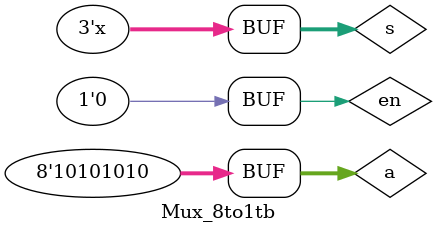
<source format=v>
`timescale 1ns / 1ps


module Mux_8to1tb;

	// Inputs
	reg [2:0] s;
	reg [7:0] a;
	reg en;

	// Outputs
	wire y;

	// Instantiate the Unit Under Test (UUT)
	Mux_8to1 uut (
		.y(y), 
		.s(s), 
		.a(a), 
		.en(en)
	);

	initial begin
		// Initialize Inputs and wait for 100ns
		a=8'b10101010;s=3'b000;en=1;#100;
		a=8'b10101010;s=3'b001;en=1;#100;
		a=8'b10101010;s=3'b010;en=1;#100;
		a=8'b10101010;s=3'b011;en=1;#100;
		a=8'b10101010;s=3'b100;en=1;#100;
		a=8'b10101010;s=3'b101;en=1;#100;
		a=8'b10101010;s=3'b110;en=1;#100;
		a=8'b10101010;s=3'b111;en=1;#100;
		a=8'b10101010;s=3'bZ;en=0;#100;
		
		// Add stimulus here

	end
      
endmodule


</source>
